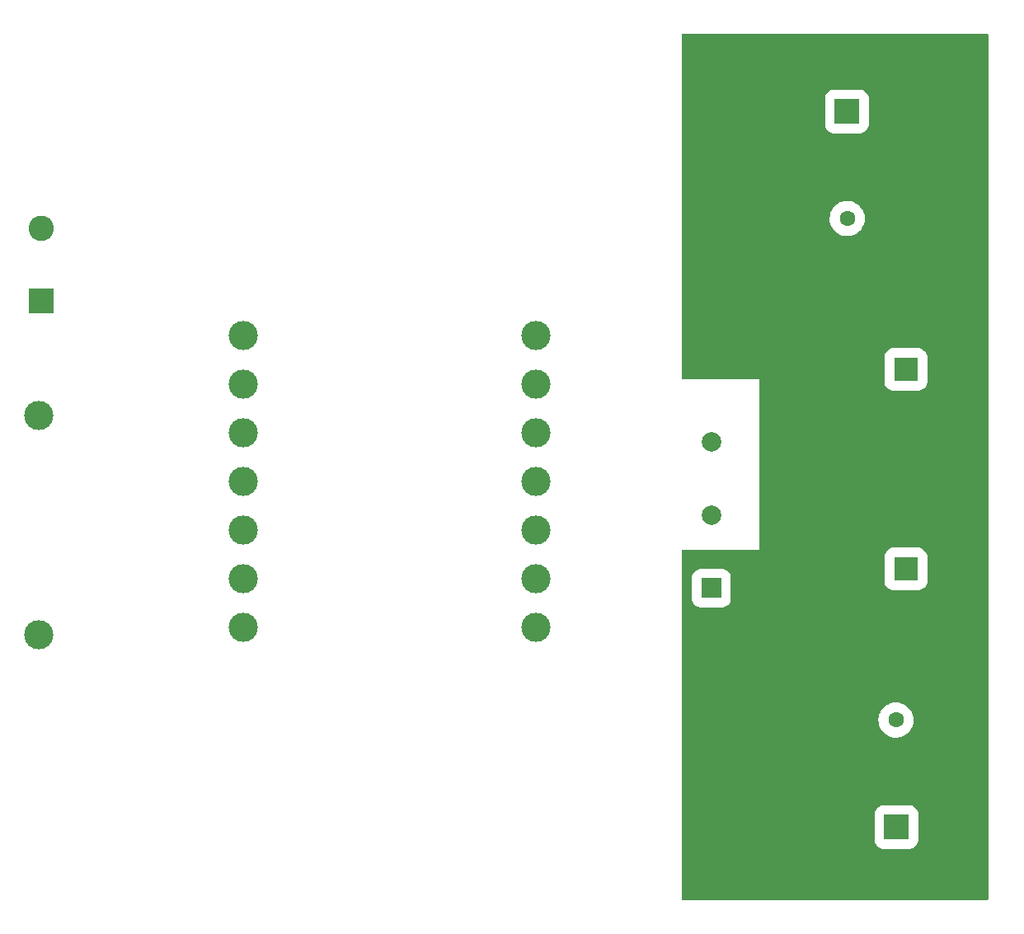
<source format=gbr>
%TF.GenerationSoftware,KiCad,Pcbnew,(6.0.2)*%
%TF.CreationDate,2022-12-31T16:00:28+03:00*%
%TF.ProjectId,mcuPower,6d637550-6f77-4657-922e-6b696361645f,rev?*%
%TF.SameCoordinates,Original*%
%TF.FileFunction,Copper,L2,Bot*%
%TF.FilePolarity,Positive*%
%FSLAX46Y46*%
G04 Gerber Fmt 4.6, Leading zero omitted, Abs format (unit mm)*
G04 Created by KiCad (PCBNEW (6.0.2)) date 2022-12-31 16:00:28*
%MOMM*%
%LPD*%
G01*
G04 APERTURE LIST*
%TA.AperFunction,ComponentPad*%
%ADD10C,1.600000*%
%TD*%
%TA.AperFunction,ComponentPad*%
%ADD11C,3.000000*%
%TD*%
%TA.AperFunction,ComponentPad*%
%ADD12R,2.500000X2.500000*%
%TD*%
%TA.AperFunction,ComponentPad*%
%ADD13C,2.500000*%
%TD*%
%TA.AperFunction,ComponentPad*%
%ADD14R,2.600000X2.600000*%
%TD*%
%TA.AperFunction,ComponentPad*%
%ADD15C,2.600000*%
%TD*%
%TA.AperFunction,ComponentPad*%
%ADD16R,2.000000X2.000000*%
%TD*%
%TA.AperFunction,ComponentPad*%
%ADD17C,2.000000*%
%TD*%
%TA.AperFunction,ComponentPad*%
%ADD18C,2.400000*%
%TD*%
%TA.AperFunction,ComponentPad*%
%ADD19R,2.400000X2.400000*%
%TD*%
G04 APERTURE END LIST*
D10*
%TO.P,C4,1*%
%TO.N,VCC*%
X143000000Y-121500000D03*
%TO.P,C4,2*%
%TO.N,GND*%
X138000000Y-121500000D03*
%TD*%
D11*
%TO.P,T1,1,AA*%
%TO.N,Net-(F1-Pad2)*%
X76000000Y-112000000D03*
%TO.P,T1,2*%
%TO.N,N/C*%
X76000000Y-107000000D03*
%TO.P,T1,3*%
X76000000Y-102000000D03*
%TO.P,T1,4*%
X76000000Y-97000000D03*
%TO.P,T1,5*%
X76000000Y-92000000D03*
%TO.P,T1,6*%
X76000000Y-87000000D03*
%TO.P,T1,7,AB*%
%TO.N,Net-(J1-Pad2)*%
X76000000Y-82000000D03*
%TO.P,T1,8*%
%TO.N,N/C*%
X106000000Y-82000000D03*
%TO.P,T1,9*%
X106000000Y-87000000D03*
%TO.P,T1,10,SB*%
%TO.N,Net-(D1-Pad3)*%
X106000000Y-92000000D03*
%TO.P,T1,11*%
%TO.N,N/C*%
X106000000Y-97000000D03*
%TO.P,T1,12,SA*%
%TO.N,Net-(D1-Pad2)*%
X106000000Y-102000000D03*
%TO.P,T1,13*%
%TO.N,N/C*%
X106000000Y-107000000D03*
%TO.P,T1,14*%
X106000000Y-112000000D03*
%TD*%
D12*
%TO.P,J3,1,Pin_1*%
%TO.N,VCC*%
X143045000Y-132500000D03*
D13*
%TO.P,J3,2,Pin_2*%
%TO.N,GND*%
X137965000Y-132500000D03*
%TD*%
D12*
%TO.P,J2,1,Pin_1*%
%TO.N,VCC*%
X137955000Y-59000000D03*
D13*
%TO.P,J2,2,Pin_2*%
%TO.N,GND*%
X143035000Y-59000000D03*
%TD*%
D14*
%TO.P,J1,1,Pin_1*%
%TO.N,Net-(F1-Pad1)*%
X55250000Y-78500000D03*
D15*
%TO.P,J1,2,Pin_2*%
%TO.N,Net-(J1-Pad2)*%
X55250000Y-71000000D03*
%TD*%
D11*
%TO.P,F1,1*%
%TO.N,Net-(F1-Pad1)*%
X55000000Y-90250000D03*
%TO.P,F1,2*%
%TO.N,Net-(F1-Pad2)*%
X55000000Y-112750000D03*
%TD*%
D16*
%TO.P,D1,1,+*%
%TO.N,VCC*%
X124042500Y-107957500D03*
D17*
%TO.P,D1,2*%
%TO.N,Net-(D1-Pad2)*%
X124042500Y-100457500D03*
%TO.P,D1,3*%
%TO.N,Net-(D1-Pad3)*%
X124042500Y-92957500D03*
%TO.P,D1,4,-*%
%TO.N,GND*%
X124042500Y-82957500D03*
%TD*%
D10*
%TO.P,C3,1*%
%TO.N,VCC*%
X138000000Y-70000000D03*
%TO.P,C3,2*%
%TO.N,GND*%
X143000000Y-70000000D03*
%TD*%
D18*
%TO.P,C2,2*%
%TO.N,GND*%
X136512755Y-85500000D03*
D19*
%TO.P,C2,1*%
%TO.N,VCC*%
X144012755Y-85500000D03*
%TD*%
%TO.P,C1,1*%
%TO.N,VCC*%
X144012755Y-106000000D03*
D18*
%TO.P,C1,2*%
%TO.N,GND*%
X136512755Y-106000000D03*
%TD*%
%TA.AperFunction,Conductor*%
%TO.N,GND*%
G36*
X152370870Y-51023677D02*
G01*
X152389795Y-51037276D01*
X152392968Y-51039042D01*
X152392971Y-51039044D01*
X152435278Y-51062592D01*
X152485072Y-51113198D01*
X152500000Y-51172687D01*
X152500000Y-139829727D01*
X152479998Y-139897848D01*
X152440957Y-139936464D01*
X152370379Y-139980738D01*
X152303424Y-140000000D01*
X121126000Y-140000000D01*
X121057879Y-139979998D01*
X121011386Y-139926342D01*
X121000000Y-139874000D01*
X121000000Y-133807816D01*
X140794500Y-133807816D01*
X140805234Y-133928087D01*
X140861259Y-134123470D01*
X140955427Y-134303596D01*
X141083891Y-134461109D01*
X141241404Y-134589573D01*
X141421530Y-134683741D01*
X141616913Y-134739766D01*
X141648545Y-134742589D01*
X141734391Y-134750251D01*
X141734397Y-134750251D01*
X141737184Y-134750500D01*
X144352816Y-134750500D01*
X144355603Y-134750251D01*
X144355609Y-134750251D01*
X144441455Y-134742589D01*
X144473087Y-134739766D01*
X144668470Y-134683741D01*
X144848596Y-134589573D01*
X145006109Y-134461109D01*
X145134573Y-134303596D01*
X145228741Y-134123470D01*
X145284766Y-133928087D01*
X145295500Y-133807816D01*
X145295500Y-131192184D01*
X145284766Y-131071913D01*
X145228741Y-130876530D01*
X145134573Y-130696404D01*
X145006109Y-130538891D01*
X144848596Y-130410427D01*
X144668470Y-130316259D01*
X144473087Y-130260234D01*
X144441455Y-130257411D01*
X144355609Y-130249749D01*
X144355603Y-130249749D01*
X144352816Y-130249500D01*
X141737184Y-130249500D01*
X141734397Y-130249749D01*
X141734391Y-130249749D01*
X141648545Y-130257411D01*
X141616913Y-130260234D01*
X141421530Y-130316259D01*
X141241404Y-130410427D01*
X141083891Y-130538891D01*
X140955427Y-130696404D01*
X140861259Y-130876530D01*
X140805234Y-131071913D01*
X140794500Y-131192184D01*
X140794500Y-133807816D01*
X121000000Y-133807816D01*
X121000000Y-121452736D01*
X141195070Y-121452736D01*
X141207909Y-121720041D01*
X141260118Y-121982512D01*
X141350549Y-122234383D01*
X141352765Y-122238507D01*
X141420982Y-122365465D01*
X141477215Y-122470121D01*
X141480010Y-122473864D01*
X141480012Y-122473867D01*
X141564199Y-122586607D01*
X141637335Y-122684547D01*
X141640642Y-122687825D01*
X141640647Y-122687831D01*
X141824074Y-122869663D01*
X141827390Y-122872950D01*
X142043205Y-123031192D01*
X142047340Y-123033368D01*
X142047344Y-123033370D01*
X142176918Y-123101542D01*
X142280039Y-123155797D01*
X142284458Y-123157340D01*
X142528273Y-123242484D01*
X142528279Y-123242486D01*
X142532690Y-123244026D01*
X142795606Y-123293943D01*
X142922616Y-123298933D01*
X143058345Y-123304266D01*
X143058350Y-123304266D01*
X143063013Y-123304449D01*
X143158943Y-123293943D01*
X143324382Y-123275825D01*
X143324387Y-123275824D01*
X143329035Y-123275315D01*
X143444567Y-123244898D01*
X143583309Y-123208370D01*
X143587829Y-123207180D01*
X143712501Y-123153617D01*
X143829407Y-123103391D01*
X143829410Y-123103389D01*
X143833710Y-123101542D01*
X143837690Y-123099079D01*
X143837694Y-123099077D01*
X144057302Y-122963179D01*
X144057306Y-122963176D01*
X144061275Y-122960720D01*
X144075010Y-122949092D01*
X144261960Y-122790828D01*
X144261961Y-122790827D01*
X144265526Y-122787809D01*
X144359365Y-122680807D01*
X144438894Y-122590122D01*
X144438898Y-122590117D01*
X144441976Y-122586607D01*
X144444506Y-122582674D01*
X144584219Y-122365465D01*
X144584222Y-122365460D01*
X144586747Y-122361534D01*
X144696661Y-122117534D01*
X144769302Y-121859969D01*
X144787103Y-121720041D01*
X144802677Y-121597625D01*
X144802677Y-121597621D01*
X144803075Y-121594495D01*
X144805549Y-121500000D01*
X144785717Y-121233123D01*
X144775161Y-121186470D01*
X144727686Y-120976666D01*
X144726655Y-120972109D01*
X144629662Y-120722691D01*
X144496868Y-120490350D01*
X144331190Y-120280189D01*
X144136269Y-120096825D01*
X143916385Y-119944286D01*
X143912194Y-119942219D01*
X143680559Y-119827989D01*
X143680556Y-119827988D01*
X143676371Y-119825924D01*
X143421497Y-119744338D01*
X143276134Y-119720665D01*
X143161976Y-119702073D01*
X143161975Y-119702073D01*
X143157364Y-119701322D01*
X143023569Y-119699570D01*
X142894451Y-119697880D01*
X142894448Y-119697880D01*
X142889774Y-119697819D01*
X142624605Y-119733907D01*
X142620118Y-119735215D01*
X142620117Y-119735215D01*
X142588817Y-119744338D01*
X142367683Y-119808792D01*
X142363430Y-119810752D01*
X142363429Y-119810753D01*
X142311512Y-119834687D01*
X142124652Y-119920831D01*
X142120743Y-119923394D01*
X141904764Y-120064996D01*
X141904759Y-120065000D01*
X141900851Y-120067562D01*
X141701197Y-120245760D01*
X141530075Y-120451512D01*
X141391244Y-120680298D01*
X141287755Y-120927091D01*
X141286604Y-120931623D01*
X141286603Y-120931626D01*
X141223033Y-121181933D01*
X141221881Y-121186470D01*
X141195070Y-121452736D01*
X121000000Y-121452736D01*
X121000000Y-109015316D01*
X122042000Y-109015316D01*
X122052734Y-109135587D01*
X122108759Y-109330970D01*
X122202927Y-109511096D01*
X122331391Y-109668609D01*
X122488904Y-109797073D01*
X122669030Y-109891241D01*
X122864413Y-109947266D01*
X122896045Y-109950089D01*
X122981891Y-109957751D01*
X122981897Y-109957751D01*
X122984684Y-109958000D01*
X125100316Y-109958000D01*
X125103103Y-109957751D01*
X125103109Y-109957751D01*
X125188955Y-109950089D01*
X125220587Y-109947266D01*
X125415970Y-109891241D01*
X125596096Y-109797073D01*
X125753609Y-109668609D01*
X125882073Y-109511096D01*
X125976241Y-109330970D01*
X126032266Y-109135587D01*
X126043000Y-109015316D01*
X126043000Y-107257816D01*
X141812255Y-107257816D01*
X141822989Y-107378087D01*
X141879014Y-107573470D01*
X141973182Y-107753596D01*
X142101646Y-107911109D01*
X142259159Y-108039573D01*
X142439285Y-108133741D01*
X142634668Y-108189766D01*
X142666300Y-108192589D01*
X142752146Y-108200251D01*
X142752152Y-108200251D01*
X142754939Y-108200500D01*
X145270571Y-108200500D01*
X145273358Y-108200251D01*
X145273364Y-108200251D01*
X145359210Y-108192589D01*
X145390842Y-108189766D01*
X145586225Y-108133741D01*
X145766351Y-108039573D01*
X145923864Y-107911109D01*
X146052328Y-107753596D01*
X146146496Y-107573470D01*
X146202521Y-107378087D01*
X146213255Y-107257816D01*
X146213255Y-104742184D01*
X146202521Y-104621913D01*
X146146496Y-104426530D01*
X146052328Y-104246404D01*
X145923864Y-104088891D01*
X145828833Y-104011386D01*
X145771295Y-103964459D01*
X145771294Y-103964458D01*
X145766351Y-103960427D01*
X145586225Y-103866259D01*
X145390842Y-103810234D01*
X145359210Y-103807411D01*
X145273364Y-103799749D01*
X145273358Y-103799749D01*
X145270571Y-103799500D01*
X142754939Y-103799500D01*
X142752152Y-103799749D01*
X142752146Y-103799749D01*
X142666300Y-103807411D01*
X142634668Y-103810234D01*
X142439285Y-103866259D01*
X142259159Y-103960427D01*
X142254216Y-103964458D01*
X142254215Y-103964459D01*
X142196677Y-104011386D01*
X142101646Y-104088891D01*
X141973182Y-104246404D01*
X141879014Y-104426530D01*
X141822989Y-104621913D01*
X141812255Y-104742184D01*
X141812255Y-107257816D01*
X126043000Y-107257816D01*
X126043000Y-106899684D01*
X126032266Y-106779413D01*
X125976241Y-106584030D01*
X125882073Y-106403904D01*
X125753609Y-106246391D01*
X125596096Y-106117927D01*
X125415970Y-106023759D01*
X125220587Y-105967734D01*
X125188955Y-105964911D01*
X125103109Y-105957249D01*
X125103103Y-105957249D01*
X125100316Y-105957000D01*
X122984684Y-105957000D01*
X122981897Y-105957249D01*
X122981891Y-105957249D01*
X122896045Y-105964911D01*
X122864413Y-105967734D01*
X122669030Y-106023759D01*
X122488904Y-106117927D01*
X122331391Y-106246391D01*
X122202927Y-106403904D01*
X122108759Y-106584030D01*
X122052734Y-106779413D01*
X122042000Y-106899684D01*
X122042000Y-109015316D01*
X121000000Y-109015316D01*
X121000000Y-104126000D01*
X121020002Y-104057879D01*
X121073658Y-104011386D01*
X121126000Y-104000000D01*
X129000000Y-104000000D01*
X129000000Y-86757816D01*
X141812255Y-86757816D01*
X141822989Y-86878087D01*
X141879014Y-87073470D01*
X141973182Y-87253596D01*
X142101646Y-87411109D01*
X142259159Y-87539573D01*
X142439285Y-87633741D01*
X142634668Y-87689766D01*
X142666300Y-87692589D01*
X142752146Y-87700251D01*
X142752152Y-87700251D01*
X142754939Y-87700500D01*
X145270571Y-87700500D01*
X145273358Y-87700251D01*
X145273364Y-87700251D01*
X145359210Y-87692589D01*
X145390842Y-87689766D01*
X145586225Y-87633741D01*
X145766351Y-87539573D01*
X145923864Y-87411109D01*
X146052328Y-87253596D01*
X146146496Y-87073470D01*
X146202521Y-86878087D01*
X146213255Y-86757816D01*
X146213255Y-84242184D01*
X146202521Y-84121913D01*
X146146496Y-83926530D01*
X146052328Y-83746404D01*
X145923864Y-83588891D01*
X145766351Y-83460427D01*
X145586225Y-83366259D01*
X145390842Y-83310234D01*
X145359210Y-83307411D01*
X145273364Y-83299749D01*
X145273358Y-83299749D01*
X145270571Y-83299500D01*
X142754939Y-83299500D01*
X142752152Y-83299749D01*
X142752146Y-83299749D01*
X142666300Y-83307411D01*
X142634668Y-83310234D01*
X142439285Y-83366259D01*
X142259159Y-83460427D01*
X142101646Y-83588891D01*
X141973182Y-83746404D01*
X141879014Y-83926530D01*
X141822989Y-84121913D01*
X141812255Y-84242184D01*
X141812255Y-86757816D01*
X129000000Y-86757816D01*
X129000000Y-86500000D01*
X121126000Y-86500000D01*
X121057879Y-86479998D01*
X121011386Y-86426342D01*
X121000000Y-86374000D01*
X121000000Y-69952736D01*
X136195070Y-69952736D01*
X136207909Y-70220041D01*
X136260118Y-70482512D01*
X136350549Y-70734383D01*
X136352765Y-70738507D01*
X136420982Y-70865465D01*
X136477215Y-70970121D01*
X136480010Y-70973864D01*
X136480012Y-70973867D01*
X136564199Y-71086607D01*
X136637335Y-71184547D01*
X136640642Y-71187825D01*
X136640647Y-71187831D01*
X136824074Y-71369663D01*
X136827390Y-71372950D01*
X137043205Y-71531192D01*
X137047340Y-71533368D01*
X137047344Y-71533370D01*
X137176918Y-71601542D01*
X137280039Y-71655797D01*
X137284458Y-71657340D01*
X137528273Y-71742484D01*
X137528279Y-71742486D01*
X137532690Y-71744026D01*
X137795606Y-71793943D01*
X137922616Y-71798933D01*
X138058345Y-71804266D01*
X138058350Y-71804266D01*
X138063013Y-71804449D01*
X138158943Y-71793943D01*
X138324382Y-71775825D01*
X138324387Y-71775824D01*
X138329035Y-71775315D01*
X138444567Y-71744898D01*
X138583309Y-71708370D01*
X138587829Y-71707180D01*
X138712501Y-71653617D01*
X138829407Y-71603391D01*
X138829410Y-71603389D01*
X138833710Y-71601542D01*
X138837690Y-71599079D01*
X138837694Y-71599077D01*
X139057302Y-71463179D01*
X139057306Y-71463176D01*
X139061275Y-71460720D01*
X139075010Y-71449092D01*
X139261960Y-71290828D01*
X139261961Y-71290827D01*
X139265526Y-71287809D01*
X139359365Y-71180807D01*
X139438894Y-71090122D01*
X139438898Y-71090117D01*
X139441976Y-71086607D01*
X139444506Y-71082674D01*
X139584219Y-70865465D01*
X139584222Y-70865460D01*
X139586747Y-70861534D01*
X139696661Y-70617534D01*
X139769302Y-70359969D01*
X139787103Y-70220041D01*
X139802677Y-70097625D01*
X139802677Y-70097621D01*
X139803075Y-70094495D01*
X139805549Y-70000000D01*
X139785717Y-69733123D01*
X139775161Y-69686470D01*
X139727686Y-69476666D01*
X139726655Y-69472109D01*
X139629662Y-69222691D01*
X139496868Y-68990350D01*
X139331190Y-68780189D01*
X139136269Y-68596825D01*
X138916385Y-68444286D01*
X138912194Y-68442219D01*
X138680559Y-68327989D01*
X138680556Y-68327988D01*
X138676371Y-68325924D01*
X138421497Y-68244338D01*
X138276134Y-68220665D01*
X138161976Y-68202073D01*
X138161975Y-68202073D01*
X138157364Y-68201322D01*
X138023569Y-68199570D01*
X137894451Y-68197880D01*
X137894448Y-68197880D01*
X137889774Y-68197819D01*
X137624605Y-68233907D01*
X137620118Y-68235215D01*
X137620117Y-68235215D01*
X137588817Y-68244338D01*
X137367683Y-68308792D01*
X137363430Y-68310752D01*
X137363429Y-68310753D01*
X137311512Y-68334687D01*
X137124652Y-68420831D01*
X137120743Y-68423394D01*
X136904764Y-68564996D01*
X136904759Y-68565000D01*
X136900851Y-68567562D01*
X136701197Y-68745760D01*
X136530075Y-68951512D01*
X136391244Y-69180298D01*
X136287755Y-69427091D01*
X136286604Y-69431623D01*
X136286603Y-69431626D01*
X136223033Y-69681933D01*
X136221881Y-69686470D01*
X136195070Y-69952736D01*
X121000000Y-69952736D01*
X121000000Y-60307816D01*
X135704500Y-60307816D01*
X135715234Y-60428087D01*
X135771259Y-60623470D01*
X135865427Y-60803596D01*
X135993891Y-60961109D01*
X136151404Y-61089573D01*
X136331530Y-61183741D01*
X136526913Y-61239766D01*
X136558545Y-61242589D01*
X136644391Y-61250251D01*
X136644397Y-61250251D01*
X136647184Y-61250500D01*
X139262816Y-61250500D01*
X139265603Y-61250251D01*
X139265609Y-61250251D01*
X139351455Y-61242589D01*
X139383087Y-61239766D01*
X139578470Y-61183741D01*
X139758596Y-61089573D01*
X139916109Y-60961109D01*
X140044573Y-60803596D01*
X140138741Y-60623470D01*
X140194766Y-60428087D01*
X140205500Y-60307816D01*
X140205500Y-57692184D01*
X140194766Y-57571913D01*
X140138741Y-57376530D01*
X140044573Y-57196404D01*
X139916109Y-57038891D01*
X139758596Y-56910427D01*
X139578470Y-56816259D01*
X139383087Y-56760234D01*
X139351455Y-56757411D01*
X139265609Y-56749749D01*
X139265603Y-56749749D01*
X139262816Y-56749500D01*
X136647184Y-56749500D01*
X136644397Y-56749749D01*
X136644391Y-56749749D01*
X136558545Y-56757411D01*
X136526913Y-56760234D01*
X136331530Y-56816259D01*
X136151404Y-56910427D01*
X135993891Y-57038891D01*
X135865427Y-57196404D01*
X135771259Y-57376530D01*
X135715234Y-57571913D01*
X135704500Y-57692184D01*
X135704500Y-60307816D01*
X121000000Y-60307816D01*
X121000000Y-51126000D01*
X121020002Y-51057879D01*
X121073658Y-51011386D01*
X121126000Y-51000000D01*
X152297345Y-51000000D01*
X152370870Y-51023677D01*
G37*
%TD.AperFunction*%
%TD*%
M02*

</source>
